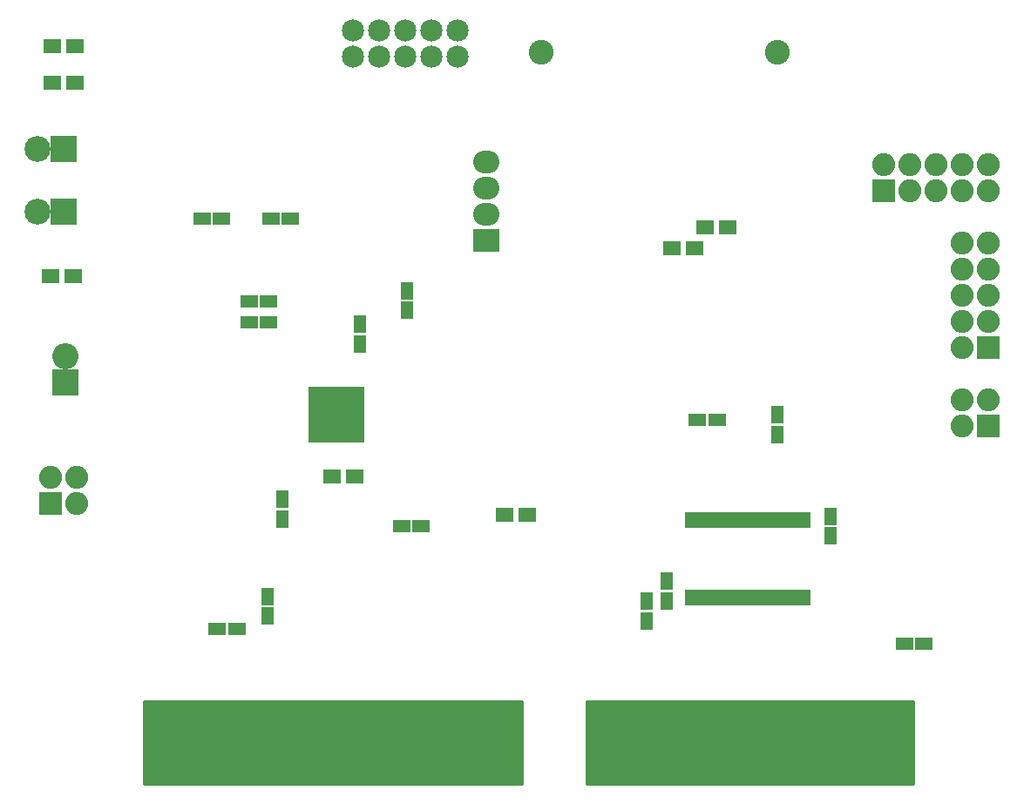
<source format=gbs>
G04 #@! TF.FileFunction,Soldermask,Bot*
%FSLAX46Y46*%
G04 Gerber Fmt 4.6, Leading zero omitted, Abs format (unit mm)*
G04 Created by KiCad (PCBNEW 4.0.2-stable) date 14/07/2016 12:53:21*
%MOMM*%
G01*
G04 APERTURE LIST*
%ADD10C,0.152400*%
%ADD11R,1.258000X1.708000*%
%ADD12R,1.708000X1.258000*%
%ADD13R,1.708000X1.408000*%
%ADD14C,2.159000*%
%ADD15C,2.407920*%
%ADD16R,2.540000X2.235200*%
%ADD17O,2.540000X2.235200*%
%ADD18R,2.508000X2.508000*%
%ADD19C,2.508000*%
%ADD20R,2.235200X2.235200*%
%ADD21O,2.235200X2.235200*%
%ADD22R,2.540000X2.540000*%
%ADD23O,2.540000X2.540000*%
%ADD24R,0.793000X1.508000*%
%ADD25R,5.508000X5.508000*%
%ADD26C,0.254000*%
G04 APERTURE END LIST*
D10*
D11*
X51950000Y-139950000D03*
X51950000Y-141850000D03*
D12*
X47100000Y-143150000D03*
X49000000Y-143150000D03*
D13*
X75050000Y-132000000D03*
X77250000Y-132000000D03*
D12*
X47500000Y-103250000D03*
X45600000Y-103250000D03*
D11*
X53425000Y-130550000D03*
X53425000Y-132450000D03*
X90725000Y-138475000D03*
X90725000Y-140375000D03*
D12*
X113875000Y-144600000D03*
X115775000Y-144600000D03*
D11*
X106700000Y-134100000D03*
X106700000Y-132200000D03*
D12*
X93750000Y-122800000D03*
X95650000Y-122800000D03*
D11*
X88800000Y-140425000D03*
X88800000Y-142325000D03*
X101540000Y-122330000D03*
X101540000Y-124230000D03*
D12*
X65000000Y-133100000D03*
X66900000Y-133100000D03*
D11*
X65500000Y-110250000D03*
X65500000Y-112150000D03*
X60950000Y-113525000D03*
X60950000Y-115425000D03*
D12*
X50200000Y-111300000D03*
X52100000Y-111300000D03*
X50200000Y-113350000D03*
X52100000Y-113350000D03*
X52300000Y-103250000D03*
X54200000Y-103250000D03*
D13*
X60475000Y-128275000D03*
X58275000Y-128275000D03*
D14*
X60270000Y-87470000D03*
X60270000Y-84930000D03*
X62810000Y-87470000D03*
X62810000Y-84930000D03*
X65350000Y-87470000D03*
X65350000Y-84930000D03*
X67890000Y-87470000D03*
X67890000Y-84930000D03*
X70430000Y-87470000D03*
X70430000Y-84930000D03*
D15*
X78598880Y-87100980D03*
X101499520Y-87100980D03*
D13*
X91250000Y-106150000D03*
X93450000Y-106150000D03*
X94450000Y-104100000D03*
X96650000Y-104100000D03*
D16*
X73200000Y-105400000D03*
D17*
X73200000Y-102860000D03*
X73200000Y-100320000D03*
X73200000Y-97780000D03*
D18*
X32150000Y-96500000D03*
D19*
X29610000Y-96500000D03*
D13*
X33250000Y-86500000D03*
X31050000Y-86500000D03*
D18*
X32150000Y-102550000D03*
D19*
X29610000Y-102550000D03*
D13*
X33250000Y-90000000D03*
X31050000Y-90000000D03*
D20*
X121975000Y-123425000D03*
D21*
X119435000Y-123425000D03*
X121975000Y-120885000D03*
X119435000Y-120885000D03*
D20*
X121975000Y-115800000D03*
D21*
X119435000Y-115800000D03*
X121975000Y-113260000D03*
X119435000Y-113260000D03*
X121975000Y-110720000D03*
X119435000Y-110720000D03*
X121975000Y-108180000D03*
X119435000Y-108180000D03*
X121975000Y-105640000D03*
X119435000Y-105640000D03*
D20*
X111825000Y-100550000D03*
D21*
X111825000Y-98010000D03*
X114365000Y-100550000D03*
X114365000Y-98010000D03*
X116905000Y-100550000D03*
X116905000Y-98010000D03*
X119445000Y-100550000D03*
X119445000Y-98010000D03*
X121985000Y-100550000D03*
X121985000Y-98010000D03*
D22*
X32375000Y-119175000D03*
D23*
X32375000Y-116635000D03*
D13*
X30900000Y-108875000D03*
X33100000Y-108875000D03*
D20*
X30925000Y-130900000D03*
D21*
X30925000Y-128360000D03*
X33465000Y-130900000D03*
X33465000Y-128360000D03*
D24*
X104350000Y-140050000D03*
X103850000Y-140050000D03*
X103350000Y-140050000D03*
X102850000Y-140050000D03*
X102350000Y-140050000D03*
X101850000Y-140050000D03*
X101350000Y-140050000D03*
X100850000Y-140050000D03*
X100350000Y-140050000D03*
X99850000Y-140050000D03*
X99350000Y-140050000D03*
X98850000Y-140050000D03*
X98350000Y-140050000D03*
X97850000Y-140050000D03*
X97350000Y-140050000D03*
X96850000Y-140050000D03*
X96350000Y-140050000D03*
X95850000Y-140050000D03*
X95350000Y-140050000D03*
X94850000Y-140050000D03*
X94350000Y-140050000D03*
X93850000Y-140050000D03*
X93350000Y-140050000D03*
X92850000Y-140050000D03*
X92850000Y-132550000D03*
X93350000Y-132550000D03*
X93850000Y-132550000D03*
X94350000Y-132550000D03*
X94850000Y-132550000D03*
X95350000Y-132550000D03*
X95850000Y-132550000D03*
X96350000Y-132550000D03*
X96850000Y-132550000D03*
X97350000Y-132550000D03*
X97850000Y-132550000D03*
X98350000Y-132550000D03*
X98850000Y-132550000D03*
X99350000Y-132550000D03*
X99850000Y-132550000D03*
X100350000Y-132550000D03*
X100850000Y-132550000D03*
X101350000Y-132550000D03*
X101850000Y-132550000D03*
X102350000Y-132550000D03*
X102850000Y-132550000D03*
X103350000Y-132550000D03*
X103850000Y-132550000D03*
X104350000Y-132550000D03*
D25*
X58700000Y-122300000D03*
D26*
G36*
X114731800Y-158153100D02*
X82984340Y-158153100D01*
X82984340Y-150157180D01*
X114731800Y-150157180D01*
X114731800Y-158153100D01*
X114731800Y-158153100D01*
G37*
X114731800Y-158153100D02*
X82984340Y-158153100D01*
X82984340Y-150157180D01*
X114731800Y-150157180D01*
X114731800Y-158153100D01*
G36*
X76730860Y-158153100D02*
X39984680Y-158153100D01*
X39984680Y-150157180D01*
X76730860Y-150157180D01*
X76730860Y-158153100D01*
X76730860Y-158153100D01*
G37*
X76730860Y-158153100D02*
X39984680Y-158153100D01*
X39984680Y-150157180D01*
X76730860Y-150157180D01*
X76730860Y-158153100D01*
M02*

</source>
